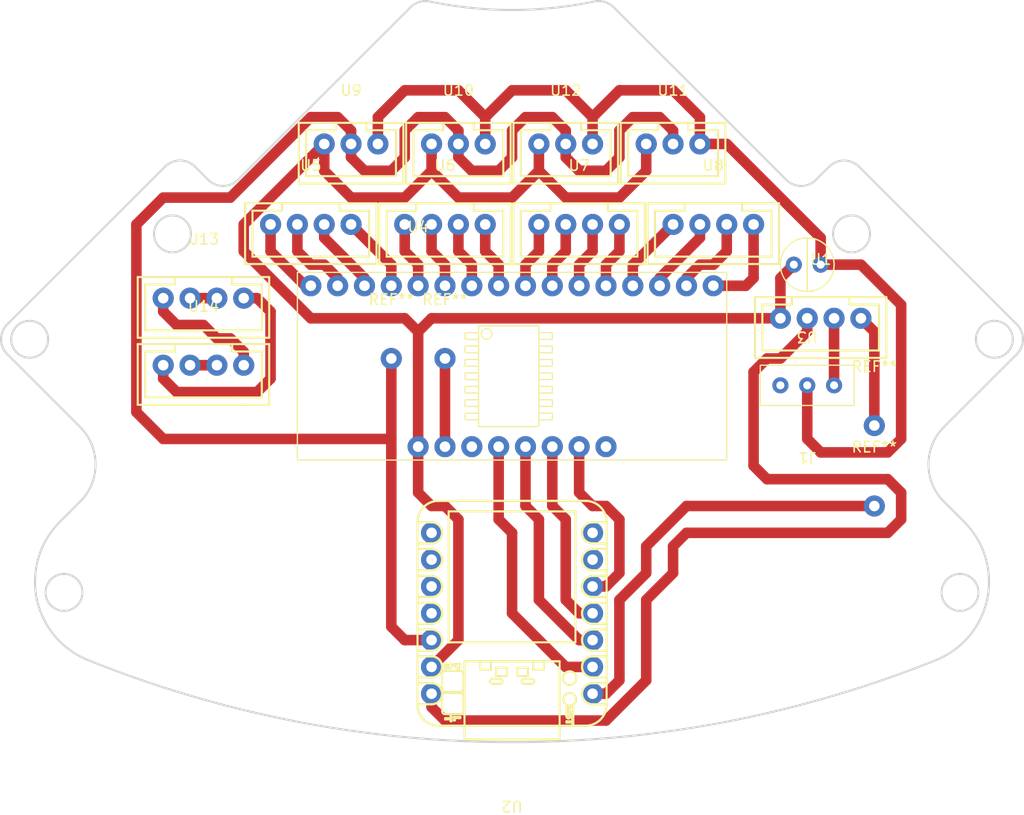
<source format=kicad_pcb>
(kicad_pcb (version 20211014) (generator pcbnew)
  (layers (0 "F.Cu" signal) (31 "B.Cu" signal) (34 "B.Paste" user) (35 "F.Paste" user) (36 "B.SilkS" user "B.Silkscreen") (37 "F.SilkS" user "F.Silkscreen") (38 "B.Mask" user) (39 "F.Mask" user) (44 "Edge.Cuts" user))
  (net 0 "")
  (net 1 "Net-(J1-Pad1)")
  (net 2 "LINE_LED")
  (net 4 "GND")
  (net 5 "+5V")
  (net 6 "LINE_DAC")
  (net 7 "+3V3")
  (net 8 "D1")
  (net 9 "D2")
  (net 10 "D3")
  (net 11 "D4")
  (net 20 "Net-(U4-Pad9)")
  (net 21 "Net-(U4-Pad10)")
  (net 22 "Net-(U4-Pad11)")
  (net 23 "Net-(U4-Pad12)")
  (net 24 "Net-(U4-Pad13)")
  (net 25 "Net-(U4-Pad14)")
  (net 26 "Net-(U4-Pad15)")
  (net 27 "Net-(U4-Pad16)")
  (net 28 "Net-(U4-Pad17)")
  (net 29 "Net-(U4-Pad18)")
  (net 30 "Net-(U4-Pad19)")
  (net 31 "Net-(U4-Pad20)")
  (net 32 "Net-(U4-Pad21)")
  (net 33 "Net-(U4-Pad22)")
  (net 34 "Net-(U4-Pad23)")
  (net 35 "Net-(U4-Pad24)")
  (net 36 "Net-(U13-Pad1)")
  (net 37 "Net-(U13-Pad2)")
  (net 38 "Net-(U13-Pad4)")
  (net 39 "Net-(U14-Pad2)")
  (footprint "自分のフットプリント:ジャンパ線" (layer "F.Cu") (at 34.29 41.91)
    (fp_text reference "REF**" (at 0 -0.5 unlocked) (layer "F.SilkS"))
    (fp_text value "ジャンパ線")
    (pad "1" thru_hole circle (at 0 5.08) (size 2 2) (drill 1) (layers F&B.Cu *.Mask))
  )
  (footprint "自分のフットプリント:マルチプレクサ" (layer "F.Cu") (at -8.89 21.05)
    (fp_text reference "U4" (at 0 -0.5 unlocked) (layer "F.SilkS"))
    (fp_text value "16chマルチプレクサ")
    (pad "1" thru_hole circle (at 0 20.32) (size 2 2) (drill 1) (layers *.Cu *.Mask) (net 4 "GND"))
    (pad "2" thru_hole circle (at 2.54 20.32) (size 2 2) (drill 1) (layers *.Cu *.Mask) (net 7 "+3V3"))
    (pad "3" thru_hole circle (at 5.08 20.32) (size 2 2) (drill 1) (layers *.Cu *.Mask))
    (pad "4" thru_hole circle (at 7.62 20.32) (size 2 2) (drill 1) (layers *.Cu *.Mask) (net 8 "D1"))
    (pad "5" thru_hole circle (at 10.16 20.32) (size 2 2) (drill 1) (layers *.Cu *.Mask) (net 9 "D2"))
    (pad "6" thru_hole circle (at 12.7 20.32) (size 2 2) (drill 1) (layers *.Cu *.Mask) (net 10 "D3"))
    (pad "7" thru_hole circle (at 15.24 20.32) (size 2 2) (drill 1) (layers *.Cu *.Mask) (net 11 "D4"))
    (pad "8" thru_hole circle (at 17.78 20.32) (size 2 2) (drill 1) (layers *.Cu *.Mask))
    (pad "9" thru_hole circle (at -10.16 5.08) (size 2 2) (drill 1) (layers *.Cu *.Mask) (net 20 "Net-(U4-Pad9)"))
    (pad "10" thru_hole circle (at -7.62 5.08) (size 2 2) (drill 1) (layers *.Cu *.Mask) (net 21 "Net-(U4-Pad10)"))
    (pad "11" thru_hole circle (at -5.08 5.08) (size 2 2) (drill 1) (layers *.Cu *.Mask) (net 22 "Net-(U4-Pad11)"))
    (pad "12" thru_hole circle (at -2.54 5.08) (size 2 2) (drill 1) (layers *.Cu *.Mask) (net 23 "Net-(U4-Pad12)"))
    (pad "13" thru_hole circle (at 0 5.08) (size 2 2) (drill 1) (layers *.Cu *.Mask) (net 24 "Net-(U4-Pad13)"))
    (pad "14" thru_hole circle (at 2.54 5.08) (size 2 2) (drill 1) (layers *.Cu *.Mask) (net 25 "Net-(U4-Pad14)"))
    (pad "15" thru_hole circle (at 5.08 5.08) (size 2 2) (drill 1) (layers *.Cu *.Mask) (net 26 "Net-(U4-Pad15)"))
    (pad "16" thru_hole circle (at 7.62 5.08) (size 2 2) (drill 1) (layers *.Cu *.Mask) (net 27 "Net-(U4-Pad16)"))
    (pad "17" thru_hole circle (at 10.16 5.08) (size 2 2) (drill 1) (layers *.Cu *.Mask) (net 28 "Net-(U4-Pad17)"))
    (pad "18" thru_hole circle (at 12.7 5.08) (size 2 2) (drill 1) (layers *.Cu *.Mask) (net 29 "Net-(U4-Pad18)"))
    (pad "19" thru_hole circle (at 15.24 5.08) (size 2 2) (drill 1) (layers *.Cu *.Mask) (net 30 "Net-(U4-Pad19)"))
    (pad "20" thru_hole circle (at 17.78 5.08) (size 2 2) (drill 1) (layers *.Cu *.Mask) (net 31 "Net-(U4-Pad20)"))
    (pad "21" thru_hole circle (at 20.32 5.08) (size 2 2) (drill 1) (layers *.Cu *.Mask) (net 32 "Net-(U4-Pad21)"))
    (pad "22" thru_hole circle (at 22.86 5.08) (size 2 2) (drill 1) (layers *.Cu *.Mask) (net 33 "Net-(U4-Pad22)"))
    (pad "23" thru_hole circle (at 25.4 5.08) (size 2 2) (drill 1) (layers *.Cu *.Mask) (net 34 "Net-(U4-Pad23)"))
    (pad "24" thru_hole circle (at 27.94 5.08) (size 2 2) (drill 1) (layers *.Cu *.Mask) (net 35 "Net-(U4-Pad24)"))
  )
  (footprint "自分のフットプリント:電解コンデンサー" (layer "F.Cu") (at 27.94 30.48 180)
    (fp_text reference "U3" (at 0 -0.5 180 unlocked) (layer "F.SilkS"))
    (fp_text value "電解コンデンサー")
    (pad "1" thru_hole circle (at -1.27 6.35 180) (size 1.524 1.524) (drill 0.762) (layers *.Cu *.Mask) (net 2 "LINE_LED"))
    (pad "2" thru_hole circle (at 1.27 6.35 180) (size 1.524 1.524) (drill 0.762) (layers *.Cu *.Mask) (net 4 "GND"))
  )
  (footprint "自分のフットプリント:ジャンパ線" (layer "F.Cu") (at -6.35 27.94)
    (fp_text reference "REF**" (at 0 -0.5 unlocked) (layer "F.SilkS"))
    (fp_text value "ジャンパ線")
    (pad "1" thru_hole circle (at 0 5.08) (size 2 2) (drill 1) (layers F&B.Cu *.Mask))
  )
  (footprint "自分のフットプリント:コネクター3ピン" (layer "F.Cu") (at -15.24 7.62)
    (fp_text reference "U9" (at 0 0 unlocked) (layer "F.SilkS"))
    (fp_text value "コネクター3ピン")
    (pad "1" thru_hole circle (at -2.54 5.08) (size 2 2) (drill 1) (layers *.Mask "F.Cu" "In1.Cu" "B.Cu") (net 4 "GND"))
    (pad "2" thru_hole circle (at 0 5.08) (size 2 2) (drill 1) (layers *.Mask "F.Cu" "In1.Cu" "B.Cu") (net 7 "+3V3"))
    (pad "3" thru_hole circle (at 2.54 5.08) (size 2 2) (drill 1) (layers *.Mask "F.Cu" "In1.Cu" "B.Cu") (net 2 "LINE_LED"))
  )
  (footprint "自分のフットプリント:コネクター4ピン" (layer "F.Cu") (at 6.35 15.24)
    (fp_text reference "U7" (at 0 -0.5 unlocked) (layer "F.SilkS"))
    (fp_text value "コネクター4ピン")
    (pad "1" thru_hole circle (at -3.81 5.08) (size 2 2) (drill 1) (layers *.Mask "F.Cu" "In1.Cu" "B.Cu") (net 28 "Net-(U4-Pad17)"))
    (pad "2" thru_hole circle (at -1.27 5.08) (size 2 2) (drill 1) (layers *.Mask "F.Cu" "In1.Cu" "B.Cu") (net 29 "Net-(U4-Pad18)"))
    (pad "3" thru_hole circle (at 1.27 5.08) (size 2 2) (drill 1) (layers *.Mask "F.Cu" "In1.Cu" "B.Cu") (net 30 "Net-(U4-Pad19)"))
    (pad "4" thru_hole circle (at 3.81 5.08) (size 2 2) (drill 1) (layers *.Mask "F.Cu" "In1.Cu" "B.Cu") (net 31 "Net-(U4-Pad20)"))
  )
  (footprint "自分のフットプリント:ジャンパ線" (layer "F.Cu") (at 34.29 34.29)
    (fp_text reference "REF**" (at 0 -0.5 unlocked) (layer "F.SilkS"))
    (fp_text value "ジャンパ線")
    (pad "1" thru_hole circle (at 0 5.08) (size 2 2) (drill 1) (layers F&B.Cu *.Mask))
  )
  (footprint "自分のフットプリント:seeeduino-xiaoマイコン" (layer "F.Cu") (at 0 74.93 180)
    (fp_text reference "U2" (at 0 -0.5 180 unlocked) (layer "F.SilkS"))
    (fp_text value "seeeduino-xiaoマイコン")
    (pad "1" thru_hole circle (at 7.62 10.16 180) (size 2 2) (drill 1) (layers *.Cu *.Mask) (net 5 "+5V"))
    (pad "2" thru_hole circle (at 7.62 12.7 180) (size 2 2) (drill 1) (layers *.Cu *.Mask) (net 4 "GND"))
    (pad "3" thru_hole circle (at 7.62 15.24 180) (size 2 2) (drill 1) (layers *.Cu *.Mask) (net 7 "+3V3"))
    (pad "4" thru_hole circle (at -7.62 10.16 180) (size 2 2) (drill 1) (layers *.Cu *.Mask) (net 6 "LINE_DAC"))
    (pad "5" thru_hole circle (at -7.62 12.7 180) (size 2 2) (drill 1) (layers *.Cu *.Mask) (net 8 "D1"))
    (pad "6" thru_hole circle (at -7.62 15.24 180) (size 2 2) (drill 1) (layers *.Cu *.Mask) (net 9 "D2"))
    (pad "7" thru_hole circle (at -7.62 17.78 180) (size 2 2) (drill 1) (layers *.Cu *.Mask) (net 10 "D3"))
    (pad "8" thru_hole circle (at -7.62 20.32 180) (size 2 2) (drill 1) (layers *.Cu *.Mask) (net 11 "D4"))
    (pad "9" thru_hole circle (at -7.62 22.86 180) (size 2 2) (drill 1) (layers *.Cu *.Mask))
    (pad "10" thru_hole circle (at -7.62 25.4 180) (size 2 2) (drill 1) (layers *.Cu *.Mask))
    (pad "11" thru_hole circle (at 7.62 25.4 180) (size 2 2) (drill 1) (layers *.Cu *.Mask))
    (pad "12" thru_hole circle (at 7.62 22.86 180) (size 2 2) (drill 1) (layers *.Cu *.Mask))
    (pad "13" thru_hole circle (at 7.62 20.32 180) (size 2 2) (drill 1) (layers *.Cu *.Mask))
    (pad "14" thru_hole circle (at 7.62 17.78 180) (size 2 2) (drill 1) (layers *.Cu *.Mask))
  )
  (footprint "自分のフットプリント:コネクター3ピン" (layer "F.Cu") (at 15.24 7.62)
    (fp_text reference "U11" (at 0 0 unlocked) (layer "F.SilkS"))
    (fp_text value "コネクター3ピン")
    (pad "1" thru_hole circle (at -2.54 5.08) (size 2 2) (drill 1) (layers *.Mask "F.Cu" "In1.Cu" "B.Cu") (net 4 "GND"))
    (pad "2" thru_hole circle (at 0 5.08) (size 2 2) (drill 1) (layers *.Mask "F.Cu" "In1.Cu" "B.Cu") (net 7 "+3V3"))
    (pad "3" thru_hole circle (at 2.54 5.08) (size 2 2) (drill 1) (layers *.Mask "F.Cu" "In1.Cu" "B.Cu") (net 2 "LINE_LED"))
  )
  (footprint "自分のフットプリント:コネクター4ピン" (layer "F.Cu") (at -29.21 22.225)
    (fp_text reference "U13" (at 0 -0.5 unlocked) (layer "F.SilkS"))
    (fp_text value "コネクター4ピン")
    (pad "1" thru_hole circle (at -3.81 5.08) (size 2 2) (drill 1) (layers *.Mask "F.Cu" "In1.Cu" "B.Cu") (net 36 "Net-(U13-Pad1)"))
    (pad "2" thru_hole circle (at -1.27 5.08) (size 2 2) (drill 1) (layers *.Mask "F.Cu" "In1.Cu" "B.Cu") (net 37 "Net-(U13-Pad2)"))
    (pad "3" thru_hole circle (at 1.27 5.08) (size 2 2) (drill 1) (layers *.Mask "F.Cu" "In1.Cu" "B.Cu") (net 37 "Net-(U13-Pad2)"))
    (pad "4" thru_hole circle (at 3.81 5.08) (size 2 2) (drill 1) (layers *.Mask "F.Cu" "In1.Cu" "B.Cu") (net 38 "Net-(U13-Pad4)"))
  )
  (footprint "自分のフットプリント:ジャンパ線" (layer "F.Cu") (at -11.43 27.94)
    (fp_text reference "REF**" (at 0 -0.5 unlocked) (layer "F.SilkS"))
    (fp_text value "ジャンパ線")
    (pad "1" thru_hole circle (at 0 5.08) (size 2 2) (drill 1) (layers *.Cu *.Mask))
  )
  (footprint "自分のフットプリント:コネクター3ピン" (layer "F.Cu") (at -5.08 7.62)
    (fp_text reference "U10" (at 0 0 unlocked) (layer "F.SilkS"))
    (fp_text value "コネクター3ピン")
    (pad "1" thru_hole circle (at -2.54 5.08) (size 2 2) (drill 1) (layers *.Mask "F.Cu" "In1.Cu" "B.Cu") (net 4 "GND"))
    (pad "2" thru_hole circle (at 0 5.08) (size 2 2) (drill 1) (layers *.Mask "F.Cu" "In1.Cu" "B.Cu") (net 7 "+3V3"))
    (pad "3" thru_hole circle (at 2.54 5.08) (size 2 2) (drill 1) (layers *.Mask "F.Cu" "In1.Cu" "B.Cu") (net 2 "LINE_LED"))
  )
  (footprint "自分のフットプリント:コネクター4ピン" (layer "F.Cu") (at -29.21 28.575)
    (fp_text reference "U14" (at 0 -0.5 unlocked) (layer "F.SilkS"))
    (fp_text value "コネクター4ピン")
    (pad "1" thru_hole circle (at -3.81 5.08) (size 2 2) (drill 1) (layers *.Mask "F.Cu" "In1.Cu" "B.Cu") (net 38 "Net-(U13-Pad4)"))
    (pad "2" thru_hole circle (at -1.27 5.08) (size 2 2) (drill 1) (layers *.Mask "F.Cu" "In1.Cu" "B.Cu") (net 39 "Net-(U14-Pad2)"))
    (pad "3" thru_hole circle (at 1.27 5.08) (size 2 2) (drill 1) (layers *.Mask "F.Cu" "In1.Cu" "B.Cu") (net 39 "Net-(U14-Pad2)"))
    (pad "4" thru_hole circle (at 3.81 5.08) (size 2 2) (drill 1) (layers *.Mask "F.Cu" "In1.Cu" "B.Cu") (net 36 "Net-(U13-Pad1)"))
  )
  (footprint "自分のフットプリント:コネクター3ピン" (layer "F.Cu") (at 5.08 7.62)
    (fp_text reference "U12" (at 0 0 unlocked) (layer "F.SilkS"))
    (fp_text value "コネクター3ピン")
    (pad "1" thru_hole circle (at -2.54 5.08) (size 2 2) (drill 1) (layers *.Mask "F.Cu" "In1.Cu" "B.Cu") (net 4 "GND"))
    (pad "2" thru_hole circle (at 0 5.08) (size 2 2) (drill 1) (layers *.Mask "F.Cu" "In1.Cu" "B.Cu") (net 7 "+3V3"))
    (pad "3" thru_hole circle (at 2.54 5.08) (size 2 2) (drill 1) (layers *.Mask "F.Cu" "In1.Cu" "B.Cu") (net 2 "LINE_LED"))
  )
  (footprint "自分のフットプリント:コネクター4ピン" (layer "F.Cu") (at 29.21 24.13)
    (fp_text reference "U1" (at 0 -0.5 unlocked) (layer "F.SilkS"))
    (fp_text value "コネクター4ピン")
    (pad "1" thru_hole circle (at -3.81 5.08) (size 2 2) (drill 1) (layers *.Mask "F.Cu" "In1.Cu" "B.Cu") (net 4 "GND"))
    (pad "2" thru_hole circle (at -1.27 5.08) (size 2 2) (drill 1) (layers *.Mask "F.Cu" "In1.Cu" "B.Cu") (net 5 "+5V"))
    (pad "3" thru_hole circle (at 1.27 5.08) (size 2 2) (drill 1) (layers *.Mask "F.Cu" "In1.Cu" "B.Cu") (net 1 "Net-(J1-Pad1)"))
    (pad "4" thru_hole circle (at 3.81 5.08) (size 2 2) (drill 1) (layers *.Mask "F.Cu" "In1.Cu" "B.Cu") (net 6 "LINE_DAC"))
  )
  (footprint "自分のフットプリント:コネクター4ピン" (layer "F.Cu") (at 19.05 15.24)
    (fp_text reference "U8" (at 0 -0.5 unlocked) (layer "F.SilkS"))
    (fp_text value "コネクター4ピン")
    (pad "1" thru_hole circle (at -3.81 5.08) (size 2 2) (drill 1) (layers *.Mask "F.Cu" "In1.Cu" "B.Cu") (net 32 "Net-(U4-Pad21)"))
    (pad "2" thru_hole circle (at -1.27 5.08) (size 2 2) (drill 1) (layers *.Mask "F.Cu" "In1.Cu" "B.Cu") (net 33 "Net-(U4-Pad22)"))
    (pad "3" thru_hole circle (at 1.27 5.08) (size 2 2) (drill 1) (layers *.Mask "F.Cu" "In1.Cu" "B.Cu") (net 34 "Net-(U4-Pad23)"))
    (pad "4" thru_hole circle (at 3.81 5.08) (size 2 2) (drill 1) (layers *.Mask "F.Cu" "In1.Cu" "B.Cu") (net 35 "Net-(U4-Pad24)"))
  )
  (footprint "自分のフットプリント:基板用トグルスイッチ" (layer "F.Cu") (at 27.94 41.91 180)
    (fp_text reference "J1" (at 0 -0.5 180 unlocked) (layer "F.SilkS"))
    (fp_text value "トグルスイッチ")
    (pad "1" thru_hole circle (at -2.54 6.35 180) (size 1.524 1.524) (drill 0.762) (layers *.Cu *.Mask) (net 1 "Net-(J1-Pad1)"))
    (pad "2" thru_hole circle (at 0 6.35 180) (size 1.524 1.524) (drill 0.762) (layers *.Cu *.Mask) (net 2 "LINE_LED"))
    (pad "3" thru_hole circle (at 2.54 6.35 180) (size 1.524 1.524) (drill 0.762) (layers *.Cu *.Mask))
  )
  (footprint "自分のフットプリント:コネクター4ピン" (layer "F.Cu") (at -19.05 15.24)
    (fp_text reference "U5" (at 0 -0.5 unlocked) (layer "F.SilkS"))
    (fp_text value "コネクター4ピン")
    (pad "1" thru_hole circle (at -3.81 5.08) (size 2 2) (drill 1) (layers *.Mask "F.Cu" "In1.Cu" "B.Cu") (net 20 "Net-(U4-Pad9)"))
    (pad "2" thru_hole circle (at -1.27 5.08) (size 2 2) (drill 1) (layers *.Mask "F.Cu" "In1.Cu" "B.Cu") (net 21 "Net-(U4-Pad10)"))
    (pad "3" thru_hole circle (at 1.27 5.08) (size 2 2) (drill 1) (layers *.Mask "F.Cu" "In1.Cu" "B.Cu") (net 22 "Net-(U4-Pad11)"))
    (pad "4" thru_hole circle (at 3.81 5.08) (size 2 2) (drill 1) (layers *.Mask "F.Cu" "In1.Cu" "B.Cu") (net 23 "Net-(U4-Pad12)"))
  )
  (footprint "自分のフットプリント:コネクター4ピン" (layer "F.Cu") (at -6.35 15.24)
    (fp_text reference "U6" (at 0 -0.5 unlocked) (layer "F.SilkS"))
    (fp_text value "コネクター4ピン")
    (pad "1" thru_hole circle (at -3.81 5.08) (size 2 2) (drill 1) (layers *.Mask "F.Cu" "In1.Cu" "B.Cu") (net 24 "Net-(U4-Pad13)"))
    (pad "2" thru_hole circle (at -1.27 5.08) (size 2 2) (drill 1) (layers *.Mask "F.Cu" "In1.Cu" "B.Cu") (net 25 "Net-(U4-Pad14)"))
    (pad "3" thru_hole circle (at 1.27 5.08) (size 2 2) (drill 1) (layers *.Mask "F.Cu" "In1.Cu" "B.Cu") (net 26 "Net-(U4-Pad15)"))
    (pad "4" thru_hole circle (at 3.81 5.08) (size 2 2) (drill 1) (layers *.Mask "F.Cu" "In1.Cu" "B.Cu") (net 27 "Net-(U4-Pad16)"))
  )
  (gr_circle (center -42.409963 55.172382) (end -44.159963 55.172382) (layer "Edge.Cuts") (width 0.2) (fill none))
  (gr_line (start 30.011804 14.852978) (end 28.774369 16.090413) (layer "Edge.Cuts") (width 0.2))
  (gr_arc (start 40.879818 46.580643) (mid 39.415352 43.045109) (end 40.879819 39.509575) (layer "Edge.Cuts") (width 0.2))
  (gr_line (start 40.879819 39.509575) (end 47.77411 32.615284) (layer "Edge.Cuts") (width 0.2))
  (gr_arc (start 7.783527 -0.793218) (mid 0 0.010121) (end -7.783726 -0.791289) (layer "Edge.Cuts") (width 0.2))
  (gr_arc (start 30.011804 14.852978) (mid 31.426018 14.267192) (end 32.840231 14.852978) (layer "Edge.Cuts") (width 0.2))
  (gr_arc (start -9.6057 -0.247511) (mid -8.763466 -0.749762) (end -7.783726 -0.791289) (layer "Edge.Cuts") (width 0.2))
  (gr_arc (start 42.802267 48.503092) (mid 44.983744 55.760123) (end 40.132359 61.581412) (layer "Edge.Cuts") (width 0.2))
  (gr_line (start 25.945942 16.090413) (end 9.605987 -0.249542) (layer "Edge.Cuts") (width 0.2))
  (gr_line (start -40.889289 46.580641) (end -42.811738 48.50309) (layer "Edge.Cuts") (width 0.2))
  (gr_circle (center -32.14259 21.216937) (end -33.89259 21.216937) (layer "Edge.Cuts") (width 0.2) (fill none))
  (gr_line (start 42.802267 48.503092) (end 40.879818 46.580643) (layer "Edge.Cuts") (width 0.2))
  (gr_circle (center -45.66226 31.201068) (end -47.41226 31.201068) (layer "Edge.Cuts") (width 0.2) (fill none))
  (gr_line (start -42.126726 24.13) (end -47.78358 29.786855) (layer "Edge.Cuts") (width 0.2))
  (gr_arc (start 40.132359 61.581412) (mid -0.004736 69.355468) (end -40.141831 61.58141) (layer "Edge.Cuts") (width 0.2))
  (gr_line (start -32.843808 14.847084) (end -42.126726 24.13) (layer "Edge.Cuts") (width 0.2))
  (gr_arc (start -40.141831 61.58141) (mid -44.993215 55.760121) (end -42.811738 48.50309) (layer "Edge.Cuts") (width 0.2))
  (gr_arc (start 47.77411 29.786857) (mid 48.359897 31.201071) (end 47.77411 32.615284) (layer "Edge.Cuts") (width 0.2))
  (gr_line (start -9.6057 -0.247511) (end -25.943624 16.090413) (layer "Edge.Cuts") (width 0.2))
  (gr_arc (start 28.774369 16.090413) (mid 27.360156 16.6762) (end 25.945942 16.090413) (layer "Edge.Cuts") (width 0.2))
  (gr_arc (start -25.943624 16.090413) (mid -27.357838 16.6762) (end -28.772051 16.090413) (layer "Edge.Cuts") (width 0.2))
  (gr_line (start 47.77411 29.786857) (end 42.117256 24.130003) (layer "Edge.Cuts") (width 0.2))
  (gr_arc (start -32.843808 14.847084) (mid -31.429595 14.261297) (end -30.015381 14.847084) (layer "Edge.Cuts") (width 0.2))
  (gr_line (start -47.78358 32.615282) (end -40.889289 39.509573) (layer "Edge.Cuts") (width 0.2))
  (gr_arc (start -40.889289 39.509573) (mid -39.424824 43.045107) (end -40.889289 46.580641) (layer "Edge.Cuts") (width 0.2))
  (gr_circle (center 42.400492 55.172385) (end 40.650492 55.172385) (layer "Edge.Cuts") (width 0.2) (fill none))
  (gr_circle (center 45.65279 31.201071) (end 43.90279 31.201071) (layer "Edge.Cuts") (width 0.2) (fill none))
  (gr_line (start 42.117256 24.130003) (end 32.840231 14.852978) (layer "Edge.Cuts") (width 0.2))
  (gr_line (start -28.772051 16.090413) (end -30.015381 14.847084) (layer "Edge.Cuts") (width 0.2))
  (gr_circle (center 32.13312 21.216939) (end 30.38312 21.216939) (layer "Edge.Cuts") (width 0.2) (fill none))
  (gr_arc (start 7.783527 -0.793218) (mid 8.763515 -0.751864) (end 9.605987 -0.249542) (layer "Edge.Cuts") (width 0.2))
  (gr_arc (start -47.78358 32.615282) (mid -48.369359 31.201068) (end -47.78358 29.786855) (layer "Edge.Cuts") (width 0.2))
  (segment (start 30.48 35.56) (end 30.48 29.21) (width 1) (layer "F.Cu") (net 1))
  (segment (start -12.7 10.16) (end -12.7 12.7) (width 1) (layer "F.Cu") (net 2))
  (segment (start 10.16 7.62) (end 7.62 10.16) (width 1) (layer "F.Cu") (net 2))
  (segment (start 7.62 10.16) (end 7.62 12.7) (width 1) (layer "F.Cu") (net 2))
  (segment (start 33.02 24.13) (end 29.21 24.13) (width 1) (layer "F.Cu") (net 2))
  (segment (start 36.83 40.64) (end 36.83 27.94) (width 1) (layer "F.Cu") (net 2))
  (segment (start 35.56 41.91) (end 36.83 40.64) (width 1) (layer "F.Cu") (net 2))
  (segment (start -5.08 7.62) (end -10.16 7.62) (width 1) (layer "F.Cu") (net 2))
  (segment (start 29.21 41.91) (end 35.56 41.91) (width 1) (layer "F.Cu") (net 2))
  (segment (start 0 7.62) (end -2.54 10.16) (width 1) (layer "F.Cu") (net 2))
  (segment (start 15.24 7.62) (end 10.16 7.62) (width 1) (layer "F.Cu") (net 2))
  (segment (start -10.16 7.62) (end -12.7 10.16) (width 1) (layer "F.Cu") (net 2))
  (segment (start 36.83 27.94) (end 33.02 24.13) (width 1) (layer "F.Cu") (net 2))
  (segment (start 17.78 12.7) (end 20.32 12.7) (width 1) (layer "F.Cu") (net 2))
  (segment (start 7.62 10.16) (end 5.08 7.62) (width 1) (layer "F.Cu") (net 2))
  (segment (start 17.78 10.16) (end 15.24 7.62) (width 1) (layer "F.Cu") (net 2))
  (segment (start -2.54 10.16) (end -2.54 12.7) (width 1) (layer "F.Cu") (net 2))
  (segment (start 17.78 12.7) (end 17.78 10.16) (width 1) (layer "F.Cu") (net 2))
  (segment (start 29.21 21.59) (end 29.21 24.13) (width 1) (layer "F.Cu") (net 2))
  (segment (start 20.32 12.7) (end 29.21 21.59) (width 1) (layer "F.Cu") (net 2))
  (segment (start -2.54 10.16) (end -5.08 7.62) (width 1) (layer "F.Cu") (net 2))
  (segment (start 27.94 35.56) (end 27.94 40.64) (width 1) (layer "F.Cu") (net 2))
  (segment (start 5.08 7.62) (end 0 7.62) (width 1) (layer "F.Cu") (net 2))
  (segment (start 27.94 40.64) (end 29.21 41.91) (width 1) (layer "F.Cu") (net 2))
  (segment (start -7.62 62.23) (end -5.08 59.69) (width 1) (layer "F.Cu") (net 4))
  (segment (start 10.16 17.78) (end 12.7 15.24) (width 1) (layer "F.Cu") (net 4))
  (segment (start 0 17.78) (end -5.08 17.78) (width 1) (layer "F.Cu") (net 4))
  (segment (start -25.401255 22.858745) (end -19.05 29.21) (width 1) (layer "F.Cu") (net 4))
  (segment (start -5.08 17.78) (end -7.62 15.24) (width 1) (layer "F.Cu") (net 4))
  (segment (start 2.54 15.24) (end 0 17.78) (width 1) (layer "F.Cu") (net 4))
  (segment (start -10.16 29.21) (end -8.89 30.48) (width 1) (layer "F.Cu") (net 4))
  (segment (start -5.08 59.69) (end -5.08 48.26) (width 1) (layer "F.Cu") (net 4))
  (segment (start -7.62 29.21) (end 25.4 29.21) (width 1) (layer "F.Cu") (net 4))
  (segment (start 25.4 25.4) (end 25.4 29.21) (width 1) (layer "F.Cu") (net 4))
  (segment (start 26.67 24.13) (end 25.4 25.4) (width 1) (layer "F.Cu") (net 4))
  (segment (start -25.401255 20.321255) (end -25.401255 22.858745) (width 1) (layer "F.Cu") (net 4))
  (segment (start -19.05 29.21) (end -10.16 29.21) (width 1) (layer "F.Cu") (net 4))
  (segment (start -8.89 45.72) (end -8.89 30.48) (width 1) (layer "F.Cu") (net 4))
  (segment (start -15.24 17.78) (end -17.78 15.24) (width 1) (layer "F.Cu") (net 4))
  (segment (start -17.78 15.24) (end -17.78 12.7) (width 1) (layer "F.Cu") (net 4))
  (segment (start -6.35 46.99) (end -7.62 46.99) (width 1) (layer "F.Cu") (net 4))
  (segment (start 2.54 15.24) (end 5.08 17.78) (width 1) (layer "F.Cu") (net 4))
  (segment (start 12.7 15.24) (end 12.7 12.7) (width 1) (layer "F.Cu") (net 4))
  (segment (start -10.16 17.78) (end -15.24 17.78) (width 1) (layer "F.Cu") (net 4))
  (segment (start -8.89 30.48) (end -7.62 29.21) (width 1) (layer "F.Cu") (net 4))
  (segment (start -7.62 15.24) (end -7.62 12.7) (width 1) (layer "F.Cu") (net 4))
  (segment (start 2.54 15.24) (end 2.54 12.7) (width 1) (layer "F.Cu") (net 4))
  (segment (start -7.62 15.24) (end -10.16 17.78) (width 1) (layer "F.Cu") (net 4))
  (segment (start -17.78 12.7) (end -25.401255 20.321255) (width 1) (layer "F.Cu") (net 4))
  (segment (start 5.08 17.78) (end 10.16 17.78) (width 1) (layer "F.Cu") (net 4))
  (segment (start -5.08 48.26) (end -6.35 46.99) (width 1) (layer "F.Cu") (net 4))
  (segment (start -7.62 46.99) (end -8.89 45.72) (width 1) (layer "F.Cu") (net 4))
  (segment (start 22.86 34.29) (end 22.86 43.18) (width 1) (layer "F.Cu") (net 5))
  (segment (start 12.7 55.88) (end 15.24 53.34) (width 1) (layer "F.Cu") (net 5))
  (segment (start 35.56 49.53) (end 36.83 48.26) (width 1) (layer "F.Cu") (net 5))
  (segment (start -6.35 67.31) (end 8.89 67.31) (width 1) (layer "F.Cu") (net 5))
  (segment (start 25.4 33.02) (end 24.13 33.02) (width 1) (layer "F.Cu") (net 5))
  (segment (start 12.7 63.5) (end 12.7 55.88) (width 1) (layer "F.Cu") (net 5))
  (segment (start 24.13 33.02) (end 22.86 34.29) (width 1) (layer "F.Cu") (net 5))
  (segment (start 15.24 50.8) (end 16.51 49.53) (width 1) (layer "F.Cu") (net 5))
  (segment (start 35.56 44.45) (end 36.83 45.72) (width 1) (layer "F.Cu") (net 5))
  (segment (start 24.13 44.45) (end 35.56 44.45) (width 1) (layer "F.Cu") (net 5))
  (segment (start 22.86 43.18) (end 24.13 44.45) (width 1) (layer "F.Cu") (net 5))
  (segment (start 27.94 29.21) (end 27.94 30.48) (width 1) (layer "F.Cu") (net 5))
  (segment (start -7.62 66.04) (end -7.62 64.77) (width 1) (layer "F.Cu") (net 5))
  (segment (start 8.89 67.31) (end 12.7 63.5) (width 1) (layer "F.Cu") (net 5))
  (segment (start 27.94 30.48) (end 25.4 33.02) (width 1) (layer "F.Cu") (net 5))
  (segment (start 15.24 53.34) (end 15.24 50.8) (width 1) (layer "F.Cu") (net 5))
  (segment (start 36.83 48.26) (end 36.83 45.72) (width 1) (layer "F.Cu") (net 5))
  (segment (start -6.35 67.31) (end -7.62 66.04) (width 1) (layer "F.Cu") (net 5))
  (segment (start 16.51 49.53) (end 35.56 49.53) (width 1) (layer "F.Cu") (net 5))
  (segment (start 10.16 63.5) (end 10.16 55.88) (width 1) (layer "F.Cu") (net 6))
  (segment (start 10.16 55.88) (end 12.7 53.34) (width 1) (layer "F.Cu") (net 6))
  (segment (start 34.29 30.48) (end 34.29 39.37) (width 1) (layer "F.Cu") (net 6))
  (segment (start 16.51 46.99) (end 34.29 46.99) (width 1) (layer "F.Cu") (net 6))
  (segment (start 7.62 64.77) (end 8.89 64.77) (width 1) (layer "F.Cu") (net 6))
  (segment (start 12.7 53.34) (end 12.7 50.8) (width 1) (layer "F.Cu") (net 6))
  (segment (start 12.7 50.8) (end 16.51 46.99) (width 1) (layer "F.Cu") (net 6))
  (segment (start 33.02 29.21) (end 34.29 30.48) (width 1) (layer "F.Cu") (net 6))
  (segment (start 8.89 64.77) (end 10.16 63.5) (width 1) (layer "F.Cu") (net 6))
  (segment (start -33.02 17.78) (end -35.56 20.32) (width 1) (layer "F.Cu") (net 7))
  (segment (start -15.24 12.7) (end -15.24 11.43) (width 1) (layer "F.Cu") (net 7))
  (segment (start -5.08 12.7) (end -5.08 13.97) (width 1) (layer "F.Cu") (net 7))
  (segment (start -6.35 41.37) (end -6.35 33.02) (width 1) (layer "F.Cu") (net 7))
  (segment (start -35.56 38.1) (end -33.02 40.64) (width 1) (layer "F.Cu") (net 7))
  (segment (start 0 11.43) (end 1.27 10.16) (width 1) (layer "F.Cu") (net 7))
  (segment (start 0 13.97) (end 0 11.43) (width 1) (layer "F.Cu") (net 7))
  (segment (start -11.43 41.91) (end -11.43 58.42) (width 1) (layer "F.Cu") (net 7))
  (segment (start 15.24 11.43) (end 15.24 12.7) (width 1) (layer "F.Cu") (net 7))
  (segment (start -33.02 40.64) (end -11.43 40.64) (width 1) (layer "F.Cu") (net 7))
  (segment (start -10.16 59.69) (end -7.62 59.69) (width 1) (layer "F.Cu") (net 7))
  (segment (start -3.81 15.24) (end -1.27 15.24) (width 1) (layer "F.Cu") (net 7))
  (segment (start -5.08 11.43) (end -5.08 12.7) (width 1) (layer "F.Cu") (net 7))
  (segment (start 3.81 10.16) (end 5.08 11.43) (width 1) (layer "F.Cu") (net 7))
  (segment (start -13.97 15.24) (end -11.43 15.24) (width 1) (layer "F.Cu") (net 7))
  (segment (start 5.08 11.43) (end 5.08 12.7) (width 1) (layer "F.Cu") (net 7))
  (segment (start -16.51 10.16) (end -19.05 10.16) (width 1) (layer "F.Cu") (net 7))
  (segment (start -10.16 13.97) (end -10.16 11.43) (width 1) (layer "F.Cu") (net 7))
  (segment (start 5.08 12.7) (end 5.08 13.97) (width 1) (layer "F.Cu") (net 7))
  (segment (start 1.27 10.16) (end 3.81 10.16) (width 1) (layer "F.Cu") (net 7))
  (segment (start 8.89 15.24) (end 10.16 13.97) (width 1) (layer "F.Cu") (net 7))
  (segment (start -5.08 13.97) (end -3.81 15.24) (width 1) (layer "F.Cu") (net 7))
  (segment (start 13.97 10.16) (end 15.24 11.43) (width 1) (layer "F.Cu") (net 7))
  (segment (start 5.08 13.97) (end 6.35 15.24) (width 1) (layer "F.Cu") (net 7))
  (segment (start 11.43 10.16) (end 13.97 10.16) (width 1) (layer "F.Cu") (net 7))
  (segment (start -11.43 58.42) (end -10.16 59.69) (width 1) (layer "F.Cu") (net 7))
  (segment (start -11.43 15.24) (end -10.16 13.97) (width 1) (layer "F.Cu") (net 7))
  (segment (start -15.24 12.7) (end -15.24 13.97) (width 1) (layer "F.Cu") (net 7))
  (segment (start 10.16 13.97) (end 10.16 11.43) (width 1) (layer "F.Cu") (net 7))
  (segment (start -26.67 17.78) (end -33.02 17.78) (width 1) (layer "F.Cu") (net 7))
  (segment (start 6.35 15.24) (end 8.89 15.24) (width 1) (layer "F.Cu") (net 7))
  (segment (start -15.24 13.97) (end -13.97 15.24) (width 1) (layer "F.Cu") (net 7))
  (segment (start -19.05 10.16) (end -26.67 17.78) (width 1) (layer "F.Cu") (net 7))
  (segment (start -15.24 11.43) (end -16.51 10.16) (width 1) (layer "F.Cu") (net 7))
  (segment (start -35.56 20.32) (end -35.56 38.1) (width 1) (layer "F.Cu") (net 7))
  (segment (start -1.27 15.24) (end 0 13.97) (width 1) (layer "F.Cu") (net 7))
  (segment (start -10.16 11.43) (end -8.89 10.16) (width 1) (layer "F.Cu") (net 7))
  (segment (start 10.16 11.43) (end 11.43 10.16) (width 1) (layer "F.Cu") (net 7))
  (segment (start -8.89 10.16) (end -6.35 10.16) (width 1) (layer "F.Cu") (net 7))
  (segment (start -11.43 33.02) (end -11.43 40.64) (width 1) (layer "F.Cu") (net 7))
  (segment (start -11.43 40.64) (end -11.43 41.91) (width 1) (layer "F.Cu") (net 7))
  (segment (start -6.35 10.16) (end -5.08 11.43) (width 1) (layer "F.Cu") (net 7))
  (segment (start 5.08 62.23) (end 7.62 62.23) (width 1) (layer "F.Cu") (net 8))
  (segment (start -1.27 48.26) (end 0 49.53) (width 1) (layer "F.Cu") (net 8))
  (segment (start -1.27 41.37) (end -1.27 48.26) (width 1) (layer "F.Cu") (net 8))
  (segment (start 0 57.15) (end 5.08 62.23) (width 1) (layer "F.Cu") (net 8))
  (segment (start 0 49.53) (end 0 57.15) (width 1) (layer "F.Cu") (net 8))
  (segment (start 2.54 48.26) (end 2.54 55.88) (width 1) (layer "F.Cu") (net 9))
  (segment (start 6.35 59.69) (end 7.62 59.69) (width 1) (layer "F.Cu") (net 9))
  (segment (start 1.27 46.99) (end 2.54 48.26) (width 1) (layer "F.Cu") (net 9))
  (segment (start 2.54 55.88) (end 6.35 59.69) (width 1) (layer "F.Cu") (net 9))
  (segment (start 1.27 41.37) (end 1.27 46.99) (width 1) (layer "F.Cu") (net 9))
  (segment (start 5.08 48.26) (end 5.08 55.88) (width 1) (layer "F.Cu") (net 10))
  (segment (start 5.08 55.88) (end 6.35 57.15) (width 1) (layer "F.Cu") (net 10))
  (segment (start 3.81 41.37) (end 3.81 46.99) (width 1) (layer "F.Cu") (net 10))
  (segment (start 6.35 57.15) (end 7.62 57.15) (width 1) (layer "F.Cu") (net 10))
  (segment (start 3.81 46.99) (end 5.08 48.26) (width 1) (layer "F.Cu") (net 10))
  (segment (start 7.62 46.99) (end 8.89 46.99) (width 1) (layer "F.Cu") (net 11))
  (segment (start 8.89 54.61) (end 7.62 54.61) (width 1) (layer "F.Cu") (net 11))
  (segment (start 10.16 53.34) (end 8.89 54.61) (width 1) (layer "F.Cu") (net 11))
  (segment (start 8.89 46.99) (end 10.16 48.26) (width 1) (layer "F.Cu") (net 11))
  (segment (start 10.16 48.26) (end 10.16 53.34) (width 1) (layer "F.Cu") (net 11))
  (segment (start 6.35 41.37) (end 6.35 45.72) (width 1) (layer "F.Cu") (net 11))
  (segment (start 6.35 45.72) (end 7.62 46.99) (width 1) (layer "F.Cu") (net 11))
  (segment (start -22.86 22.86) (end -22.86 20.32) (width 1) (layer "F.Cu") (net 20))
  (segment (start -19.59 26.13) (end -22.86 22.86) (width 1) (layer "F.Cu") (net 20))
  (segment (start -19.05 26.13) (end -19.59 26.13) (width 1) (layer "F.Cu") (net 20))
  (segment (start -20.32 22.86) (end -19.05 24.13) (width 1) (layer "F.Cu") (net 21))
  (segment (start -16.51 25.4) (end -16.51 26.13) (width 1) (layer "F.Cu") (net 21))
  (segment (start -17.78 24.13) (end -16.51 25.4) (width 1) (layer "F.Cu") (net 21))
  (segment (start -20.32 20.32) (end -20.32 22.86) (width 1) (layer "F.Cu") (net 21))
  (segment (start -19.05 24.13) (end -17.78 24.13) (width 1) (layer "F.Cu") (net 21))
  (segment (start -17.78 20.32) (end -17.78 21.59) (width 1) (layer "F.Cu") (net 22))
  (segment (start -13.97 25.4) (end -13.97 26.13) (width 1) (layer "F.Cu") (net 22))
  (segment (start -17.78 21.59) (end -13.97 25.4) (width 1) (layer "F.Cu") (net 22))
  (segment (start -15.24 20.32) (end -11.43 24.13) (width 1) (layer "F.Cu") (net 23))
  (segment (start -11.43 24.13) (end -11.43 26.13) (width 1) (layer "F.Cu") (net 23))
  (segment (start -8.89 24.13) (end -8.89 26.13) (width 1) (layer "F.Cu") (net 24))
  (segment (start -10.16 22.86) (end -8.89 24.13) (width 1) (layer "F.Cu") (net 24))
  (segment (start -10.16 20.32) (end -10.16 22.86) (width 1) (layer "F.Cu") (net 24))
  (segment (start -7.62 20.32) (end -7.62 22.86) (width 1) (layer "F.Cu") (net 25))
  (segment (start -6.35 24.13) (end -6.35 26.13) (width 1) (layer "F.Cu") (net 25))
  (segment (start -7.62 22.86) (end -6.35 24.13) (width 1) (layer "F.Cu") (net 25))
  (segment (start -3.81 24.13) (end -3.81 26.13) (width 1) (layer "F.Cu") (net 26))
  (segment (start -5.08 22.86) (end -3.81 24.13) (width 1) (layer "F.Cu") (net 26))
  (segment (start -5.08 20.32) (end -5.08 22.86) (width 1) (layer "F.Cu") (net 26))
  (segment (start -1.27 24.13) (end -1.27 26.13) (width 1) (layer "F.Cu") (net 27))
  (segment (start -2.54 20.32) (end -2.54 22.86) (width 1) (layer "F.Cu") (net 27))
  (segment (start -2.54 22.86) (end -1.27 24.13) (width 1) (layer "F.Cu") (net 27))
  (segment (start 1.27 24.13) (end 1.27 26.13) (width 1) (layer "F.Cu") (net 28))
  (segment (start 2.54 22.86) (end 1.27 24.13) (width 1) (layer "F.Cu") (net 28))
  (segment (start 2.54 20.32) (end 2.54 22.86) (width 1) (layer "F.Cu") (net 28))
  (segment (start 3.81 24.13) (end 3.81 26.13) (width 1) (layer "F.Cu") (net 29))
  (segment (start 5.08 20.32) (end 5.08 22.86) (width 1) (layer "F.Cu") (net 29))
  (segment (start 5.08 22.86) (end 3.81 24.13) (width 1) (layer "F.Cu") (net 29))
  (segment (start 7.62 22.86) (end 6.35 24.13) (width 1) (layer "F.Cu") (net 30))
  (segment (start 7.62 20.32) (end 7.62 22.86) (width 1) (layer "F.Cu") (net 30))
  (segment (start 6.35 24.13) (end 6.35 26.13) (width 1) (layer "F.Cu") (net 30))
  (segment (start 10.16 22.86) (end 8.89 24.13) (width 1) (layer "F.Cu") (net 31))
  (segment (start 10.16 20.32) (end 10.16 22.86) (width 1) (layer "F.Cu") (net 31))
  (segment (start 8.89 24.13) (end 8.89 26.13) (width 1) (layer "F.Cu") (net 31))
  (segment (start 11.43 24.13) (end 11.43 26.13) (width 1) (layer "F.Cu") (net 32))
  (segment (start 15.24 20.32) (end 11.43 24.13) (width 1) (layer "F.Cu") (net 32))
  (segment (start 17.78 20.32) (end 17.78 21.59) (width 1) (layer "F.Cu") (net 33))
  (segment (start 13.97 25.4) (end 13.97 26.13) (width 1) (layer "F.Cu") (net 33))
  (segment (start 17.78 21.59) (end 13.97 25.4) (width 1) (layer "F.Cu") (net 33))
  (segment (start 20.32 20.32) (end 20.32 22.86) (width 1) (layer "F.Cu") (net 34))
  (segment (start 20.32 22.86) (end 19.05 24.13) (width 1) (layer "F.Cu") (net 34))
  (segment (start 19.05 24.13) (end 17.78 24.13) (width 1) (layer "F.Cu") (net 34))
  (segment (start 16.51 25.4) (end 16.51 26.13) (width 1) (layer "F.Cu") (net 34))
  (segment (start 17.78 24.13) (end 16.51 25.4) (width 1) (layer "F.Cu") (net 34))
  (segment (start 22.13 26.13) (end 22.86 25.4) (width 1) (layer "F.Cu") (net 35))
  (segment (start 22.86 25.4) (end 22.86 20.32) (width 1) (layer "F.Cu") (net 35))
  (segment (start 19.05 26.13) (end 22.13 26.13) (width 1) (layer "F.Cu") (net 35))
  (segment (start -33.02 28.575) (end -31.75 29.845) (width 1) (layer "F.Cu") (net 36))
  (segment (start -26.67 31.115) (end -25.4 32.385) (width 1) (layer "F.Cu") (net 36))
  (segment (start -26.67 31.115) (end -27.94 31.115) (width 1) (layer "F.Cu") (net 36))
  (segment (start -25.4 32.385) (end -25.4 33.655) (width 1) (layer "F.Cu") (net 36))
  (segment (start -27.94 31.115) (end -29.21 29.845) (width 1) (layer "F.Cu") (net 36))
  (segment (start -29.21 29.845) (end -31.75 29.845) (width 1) (layer "F.Cu") (net 36))
  (segment (start -33.02 27.305) (end -33.02 28.575) (width 1) (layer "F.Cu") (net 36))
  (segment (start -30.48 27.305) (end -27.94 27.305) (width 1) (layer "F.Cu") (net 37))
  (segment (start -33.02 34.925) (end -33.02 33.655) (width 1) (layer "F.Cu") (net 38))
  (segment (start -31.75 36.195) (end -33.02 34.925) (width 1) (layer "F.Cu") (net 38))
  (segment (start -22.86 28.575) (end -22.86 34.925) (width 1) (layer "F.Cu") (net 38))
  (segment (start -22.86 34.925) (end -24.13 36.195) (width 1) (layer "F.Cu") (net 38))
  (segment (start -24.13 36.195) (end -31.75 36.195) (width 1) (layer "F.Cu") (net 38))
  (segment (start -24.13 27.305) (end -22.86 28.575) (width 1) (layer "F.Cu") (net 38))
  (segment (start -25.4 27.305) (end -24.13 27.305) (width 1) (layer "F.Cu") (net 38))
  (segment (start -27.94 33.655) (end -30.48 33.655) (width 1) (layer "F.Cu") (net 39))
)
</source>
